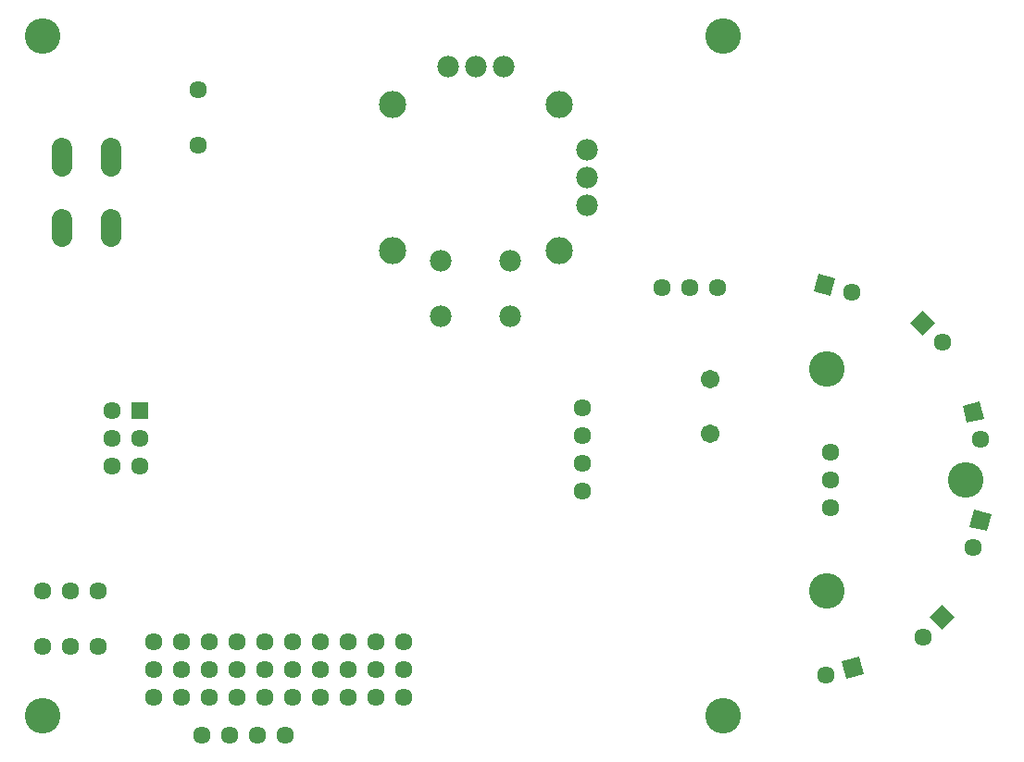
<source format=gbs>
G75*
G70*
%OFA0B0*%
%FSLAX24Y24*%
%IPPOS*%
%LPD*%
%AMOC8*
5,1,8,0,0,1.08239X$1,22.5*
%
%ADD10R,0.0635X0.0635*%
%ADD11C,0.0635*%
%ADD12R,0.0635X0.0635*%
%ADD13C,0.1280*%
%ADD14C,0.0674*%
%ADD15C,0.0980*%
%ADD16C,0.0780*%
%ADD17C,0.0720*%
D10*
X005150Y013474D03*
D11*
X004150Y013474D03*
X004150Y012474D03*
X005150Y012474D03*
X005150Y011474D03*
X004150Y011474D03*
X003650Y006974D03*
X002650Y006974D03*
X001650Y006974D03*
X001650Y004974D03*
X002650Y004974D03*
X003650Y004974D03*
X005650Y005124D03*
X006650Y005124D03*
X006650Y004124D03*
X005650Y004124D03*
X005650Y003124D03*
X006650Y003124D03*
X007650Y003124D03*
X008650Y003124D03*
X009650Y003124D03*
X010650Y003124D03*
X011650Y003124D03*
X012650Y003124D03*
X013650Y003124D03*
X014650Y003124D03*
X014650Y004124D03*
X013650Y004124D03*
X012650Y004124D03*
X011650Y004124D03*
X010650Y004124D03*
X009650Y004124D03*
X008650Y004124D03*
X007650Y004124D03*
X007650Y005124D03*
X008650Y005124D03*
X009650Y005124D03*
X010650Y005124D03*
X011650Y005124D03*
X012650Y005124D03*
X013650Y005124D03*
X014650Y005124D03*
X010400Y001774D03*
X009400Y001774D03*
X008400Y001774D03*
X007400Y001774D03*
X021100Y010574D03*
X021100Y011574D03*
X021100Y012574D03*
X021100Y013574D03*
X023950Y017899D03*
X024950Y017899D03*
X025950Y017899D03*
X030783Y017745D03*
X034056Y015923D03*
X035429Y012441D03*
X035171Y008541D03*
X033349Y005318D03*
X029867Y003945D03*
X030025Y009974D03*
X030025Y010974D03*
X030025Y011974D03*
X007250Y023024D03*
X007250Y025024D03*
D12*
G36*
X030041Y017616D02*
X029429Y017780D01*
X029593Y018392D01*
X030205Y018228D01*
X030041Y017616D01*
G37*
G36*
X033349Y016182D02*
X032901Y016630D01*
X033349Y017078D01*
X033797Y016630D01*
X033349Y016182D01*
G37*
G36*
X034947Y013019D02*
X034783Y013631D01*
X035395Y013795D01*
X035559Y013183D01*
X034947Y013019D01*
G37*
G36*
X035041Y009283D02*
X035205Y009895D01*
X035817Y009731D01*
X035653Y009119D01*
X035041Y009283D01*
G37*
G36*
X033608Y006025D02*
X034056Y006473D01*
X034504Y006025D01*
X034056Y005577D01*
X033608Y006025D01*
G37*
G36*
X030445Y004428D02*
X031057Y004592D01*
X031221Y003980D01*
X030609Y003816D01*
X030445Y004428D01*
G37*
D13*
X001650Y002474D03*
X026150Y002474D03*
X029900Y006974D03*
X034900Y010974D03*
X029900Y014974D03*
X026150Y026974D03*
X001650Y026974D03*
D14*
X025700Y014608D03*
X025700Y012640D03*
D15*
X020250Y019249D03*
X020250Y024499D03*
X014250Y024499D03*
X014250Y019249D03*
D16*
X016000Y018874D03*
X016000Y016874D03*
X018500Y016874D03*
X018500Y018874D03*
X021250Y020874D03*
X021250Y021874D03*
X021250Y022874D03*
X018250Y025874D03*
X017250Y025874D03*
X016250Y025874D03*
D17*
X004140Y022924D02*
X004140Y022284D01*
X002360Y022284D02*
X002360Y022924D01*
X002360Y020364D02*
X002360Y019724D01*
X004140Y019724D02*
X004140Y020364D01*
M02*

</source>
